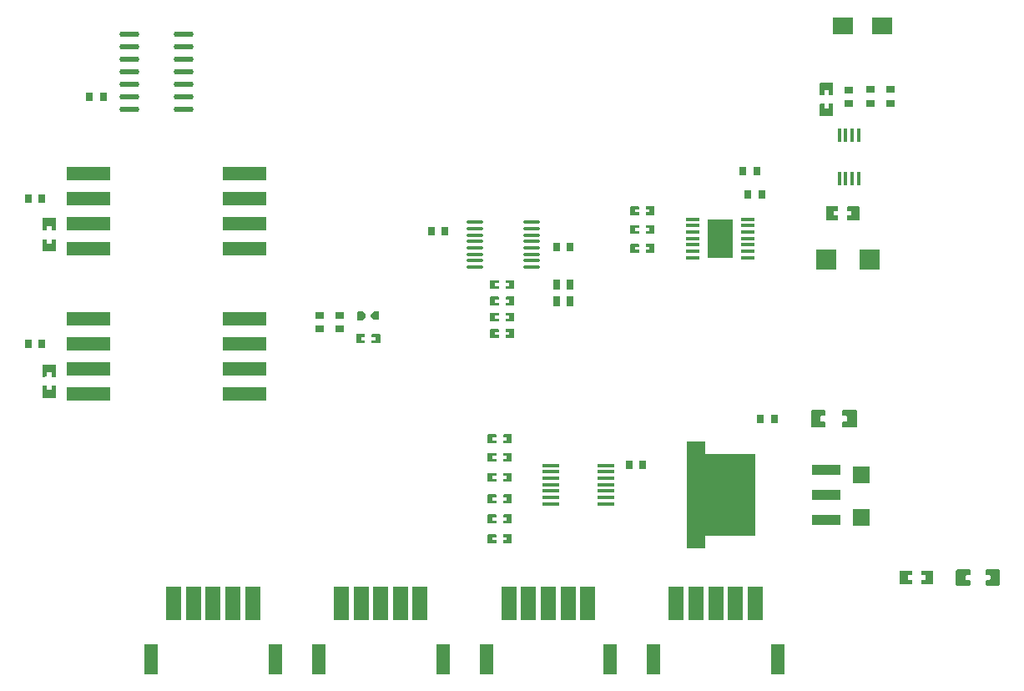
<source format=gtp>
G04 Layer: TopPasteMaskLayer*
G04 EasyEDA v6.5.46, 2024-09-04 15:34:20*
G04 d73e3e6912d945eb9b412824c50a840e,79071ce94af74c669a867ceed4e6d4b3,10*
G04 Gerber Generator version 0.2*
G04 Scale: 100 percent, Rotated: No, Reflected: No *
G04 Dimensions in millimeters *
G04 leading zeros omitted , absolute positions ,4 integer and 5 decimal *
%FSLAX45Y45*%
%MOMM*%

%AMMACRO1*4,1,8,3.495,4.16,3.495,-4.16,-1.585,-4.16,-1.585,-5.4,-3.495,-5.4,-3.495,5.4,-1.585,5.4,-1.585,4.16,3.495,4.16,0*%
%ADD10R,0.9000X0.8000*%
%ADD11R,0.8000X0.9000*%
%ADD12R,2.0000X1.8000*%
%ADD13R,2.0000X2.0000*%
%ADD14R,1.4999X3.4000*%
%ADD15R,1.4000X3.1001*%
%ADD16O,1.7314926000000002X0.3430016*%
%ADD17O,2.0379944X0.5739892*%
%ADD18R,1.7000X0.4000*%
%ADD19R,4.4200X1.4224*%
%ADD20R,1.4000X0.4000*%
%ADD21R,2.6500X4.0000*%
%ADD22O,0.3800094X1.4500098000000001*%
%ADD23MACRO1*%
%ADD24R,3.0000X1.0700*%
%ADD25R,0.7800X0.9901*%
%ADD26R,1.7000X1.8000*%
%ADD27R,0.0141X1.8000*%

%LPD*%
G36*
X3770579Y3840937D02*
G01*
X3764178Y3834536D01*
X3764178Y3760978D01*
X3770579Y3754577D01*
X3820922Y3754577D01*
X3848354Y3783939D01*
X3848354Y3811574D01*
X3820922Y3840937D01*
G37*
G36*
X3927297Y3842105D02*
G01*
X3899915Y3812692D01*
X3899915Y3785057D01*
X3927297Y3755694D01*
X3977640Y3755694D01*
X3984040Y3762095D01*
X3984040Y3835704D01*
X3977640Y3842105D01*
G37*
G36*
X3754018Y3613708D02*
G01*
X3748989Y3608679D01*
X3748989Y3528720D01*
X3754018Y3523691D01*
X3833977Y3523691D01*
X3839006Y3528720D01*
X3839006Y3551478D01*
X3802024Y3551478D01*
X3802024Y3584498D01*
X3839006Y3584498D01*
X3839006Y3608679D01*
X3833977Y3613708D01*
G37*
G36*
X3913987Y3613708D02*
G01*
X3909009Y3608679D01*
X3909009Y3584498D01*
X3947007Y3584498D01*
X3947007Y3551478D01*
X3909009Y3551478D01*
X3909009Y3528720D01*
X3913987Y3523691D01*
X3992981Y3523691D01*
X3998010Y3528720D01*
X3998010Y3608679D01*
X3992981Y3613708D01*
G37*
G36*
X5112918Y3829608D02*
G01*
X5107889Y3824579D01*
X5107889Y3744620D01*
X5112918Y3739591D01*
X5192877Y3739591D01*
X5197906Y3744620D01*
X5197906Y3767378D01*
X5160924Y3767378D01*
X5160924Y3800398D01*
X5197906Y3800398D01*
X5197906Y3824579D01*
X5192877Y3829608D01*
G37*
G36*
X5272887Y3829608D02*
G01*
X5267909Y3824579D01*
X5267909Y3800398D01*
X5305907Y3800398D01*
X5305907Y3767378D01*
X5267909Y3767378D01*
X5267909Y3744620D01*
X5272887Y3739591D01*
X5351881Y3739591D01*
X5356910Y3744620D01*
X5356910Y3824579D01*
X5351881Y3829608D01*
G37*
G36*
X5271922Y3664508D02*
G01*
X5266893Y3659479D01*
X5266893Y3636721D01*
X5303875Y3636721D01*
X5303875Y3603701D01*
X5266893Y3603701D01*
X5266893Y3579520D01*
X5271922Y3574491D01*
X5351881Y3574491D01*
X5356910Y3579520D01*
X5356910Y3659479D01*
X5351881Y3664508D01*
G37*
G36*
X5112918Y3664508D02*
G01*
X5107889Y3659479D01*
X5107889Y3579520D01*
X5112918Y3574491D01*
X5191912Y3574491D01*
X5196890Y3579520D01*
X5196890Y3603701D01*
X5158892Y3603701D01*
X5158892Y3636721D01*
X5196890Y3636721D01*
X5196890Y3659479D01*
X5191912Y3664508D01*
G37*
G36*
X5087518Y2597708D02*
G01*
X5082489Y2592679D01*
X5082489Y2512720D01*
X5087518Y2507691D01*
X5167477Y2507691D01*
X5172506Y2512720D01*
X5172506Y2535478D01*
X5135524Y2535478D01*
X5135524Y2568498D01*
X5172506Y2568498D01*
X5172506Y2592679D01*
X5167477Y2597708D01*
G37*
G36*
X5247487Y2597708D02*
G01*
X5242509Y2592679D01*
X5242509Y2568498D01*
X5280507Y2568498D01*
X5280507Y2535478D01*
X5242509Y2535478D01*
X5242509Y2512720D01*
X5247487Y2507691D01*
X5326481Y2507691D01*
X5331510Y2512720D01*
X5331510Y2592679D01*
X5326481Y2597708D01*
G37*
G36*
X5087518Y2407208D02*
G01*
X5082489Y2402179D01*
X5082489Y2322220D01*
X5087518Y2317191D01*
X5167477Y2317191D01*
X5172506Y2322220D01*
X5172506Y2344978D01*
X5135524Y2344978D01*
X5135524Y2377998D01*
X5172506Y2377998D01*
X5172506Y2402179D01*
X5167477Y2407208D01*
G37*
G36*
X5247487Y2407208D02*
G01*
X5242509Y2402179D01*
X5242509Y2377998D01*
X5280507Y2377998D01*
X5280507Y2344978D01*
X5242509Y2344978D01*
X5242509Y2322220D01*
X5247487Y2317191D01*
X5326481Y2317191D01*
X5331510Y2322220D01*
X5331510Y2402179D01*
X5326481Y2407208D01*
G37*
G36*
X5087518Y2204008D02*
G01*
X5082489Y2198979D01*
X5082489Y2119020D01*
X5087518Y2113991D01*
X5167477Y2113991D01*
X5172506Y2119020D01*
X5172506Y2141778D01*
X5135524Y2141778D01*
X5135524Y2174798D01*
X5172506Y2174798D01*
X5172506Y2198979D01*
X5167477Y2204008D01*
G37*
G36*
X5247487Y2204008D02*
G01*
X5242509Y2198979D01*
X5242509Y2174798D01*
X5280507Y2174798D01*
X5280507Y2141778D01*
X5242509Y2141778D01*
X5242509Y2119020D01*
X5247487Y2113991D01*
X5326481Y2113991D01*
X5331510Y2119020D01*
X5331510Y2198979D01*
X5326481Y2204008D01*
G37*
G36*
X5087518Y1988108D02*
G01*
X5082489Y1983079D01*
X5082489Y1903120D01*
X5087518Y1898091D01*
X5167477Y1898091D01*
X5172506Y1903120D01*
X5172506Y1925878D01*
X5135524Y1925878D01*
X5135524Y1958898D01*
X5172506Y1958898D01*
X5172506Y1983079D01*
X5167477Y1988108D01*
G37*
G36*
X5247487Y1988108D02*
G01*
X5242509Y1983079D01*
X5242509Y1958898D01*
X5280507Y1958898D01*
X5280507Y1925878D01*
X5242509Y1925878D01*
X5242509Y1903120D01*
X5247487Y1898091D01*
X5326481Y1898091D01*
X5331510Y1903120D01*
X5331510Y1983079D01*
X5326481Y1988108D01*
G37*
G36*
X5087518Y1784908D02*
G01*
X5082489Y1779879D01*
X5082489Y1699920D01*
X5087518Y1694891D01*
X5167477Y1694891D01*
X5172506Y1699920D01*
X5172506Y1722678D01*
X5135524Y1722678D01*
X5135524Y1755698D01*
X5172506Y1755698D01*
X5172506Y1779879D01*
X5167477Y1784908D01*
G37*
G36*
X5247487Y1784908D02*
G01*
X5242509Y1779879D01*
X5242509Y1755698D01*
X5280507Y1755698D01*
X5280507Y1722678D01*
X5242509Y1722678D01*
X5242509Y1699920D01*
X5247487Y1694891D01*
X5326481Y1694891D01*
X5331510Y1699920D01*
X5331510Y1779879D01*
X5326481Y1784908D01*
G37*
G36*
X5246522Y1581708D02*
G01*
X5241493Y1576679D01*
X5241493Y1553921D01*
X5278475Y1553921D01*
X5278475Y1520901D01*
X5241493Y1520901D01*
X5241493Y1496720D01*
X5246522Y1491691D01*
X5326481Y1491691D01*
X5331510Y1496720D01*
X5331510Y1576679D01*
X5326481Y1581708D01*
G37*
G36*
X5087518Y1581708D02*
G01*
X5082489Y1576679D01*
X5082489Y1496720D01*
X5087518Y1491691D01*
X5166512Y1491691D01*
X5171490Y1496720D01*
X5171490Y1520901D01*
X5133492Y1520901D01*
X5133492Y1553921D01*
X5171490Y1553921D01*
X5171490Y1576679D01*
X5166512Y1581708D01*
G37*
G36*
X6535318Y4718608D02*
G01*
X6530289Y4713579D01*
X6530289Y4633620D01*
X6535318Y4628591D01*
X6615277Y4628591D01*
X6620306Y4633620D01*
X6620306Y4656378D01*
X6583324Y4656378D01*
X6583324Y4689398D01*
X6620306Y4689398D01*
X6620306Y4713579D01*
X6615277Y4718608D01*
G37*
G36*
X6695287Y4718608D02*
G01*
X6690309Y4713579D01*
X6690309Y4689398D01*
X6728307Y4689398D01*
X6728307Y4656378D01*
X6690309Y4656378D01*
X6690309Y4633620D01*
X6695287Y4628591D01*
X6774281Y4628591D01*
X6779310Y4633620D01*
X6779310Y4713579D01*
X6774281Y4718608D01*
G37*
G36*
X6694322Y4528108D02*
G01*
X6689293Y4523079D01*
X6689293Y4500321D01*
X6726275Y4500321D01*
X6726275Y4467301D01*
X6689293Y4467301D01*
X6689293Y4443120D01*
X6694322Y4438091D01*
X6774281Y4438091D01*
X6779310Y4443120D01*
X6779310Y4523079D01*
X6774281Y4528108D01*
G37*
G36*
X6535318Y4528108D02*
G01*
X6530289Y4523079D01*
X6530289Y4443120D01*
X6535318Y4438091D01*
X6614312Y4438091D01*
X6619290Y4443120D01*
X6619290Y4467301D01*
X6581292Y4467301D01*
X6581292Y4500321D01*
X6619290Y4500321D01*
X6619290Y4523079D01*
X6614312Y4528108D01*
G37*
G36*
X8736787Y4907686D02*
G01*
X8731808Y4902708D01*
X8732316Y4860696D01*
X8776309Y4860696D01*
X8776309Y4815687D01*
X8731300Y4815687D01*
X8731808Y4774692D01*
X8736787Y4769713D01*
X8851798Y4769713D01*
X8856827Y4774692D01*
X8856827Y4902708D01*
X8851798Y4907686D01*
G37*
G36*
X8521801Y4907686D02*
G01*
X8516823Y4902708D01*
X8516823Y4774692D01*
X8521801Y4769713D01*
X8636812Y4769713D01*
X8641791Y4774692D01*
X8641283Y4815687D01*
X8597290Y4815687D01*
X8597290Y4860696D01*
X8641791Y4860696D01*
X8641791Y4902708D01*
X8636812Y4907686D01*
G37*
G36*
X8374380Y2842310D02*
G01*
X8364423Y2832303D01*
X8364423Y2679496D01*
X8374380Y2669489D01*
X8502904Y2669489D01*
X8512911Y2679496D01*
X8512911Y2716530D01*
X8502904Y2726537D01*
X8472424Y2726537D01*
X8462416Y2736545D01*
X8462416Y2775254D01*
X8472424Y2785262D01*
X8502904Y2785262D01*
X8512911Y2795270D01*
X8512911Y2832303D01*
X8502904Y2842310D01*
G37*
G36*
X8692896Y2842310D02*
G01*
X8682888Y2832303D01*
X8682888Y2795270D01*
X8692896Y2785262D01*
X8723376Y2785262D01*
X8733383Y2775254D01*
X8733383Y2736545D01*
X8723376Y2726537D01*
X8692896Y2726537D01*
X8682888Y2716530D01*
X8682888Y2679496D01*
X8692896Y2669489D01*
X8821420Y2669489D01*
X8831376Y2679496D01*
X8831376Y2832303D01*
X8821420Y2842310D01*
G37*
G36*
X573024Y4790287D02*
G01*
X567994Y4785309D01*
X567994Y4670298D01*
X573024Y4665319D01*
X614984Y4665776D01*
X614984Y4709820D01*
X659993Y4709820D01*
X659993Y4664811D01*
X700989Y4665319D01*
X706018Y4670298D01*
X706018Y4785309D01*
X700989Y4790287D01*
G37*
G36*
X573024Y4575302D02*
G01*
X567994Y4570323D01*
X567994Y4455312D01*
X573024Y4450283D01*
X700989Y4450283D01*
X706018Y4455312D01*
X706018Y4570323D01*
X700989Y4575302D01*
X659993Y4574794D01*
X659993Y4530801D01*
X614984Y4530801D01*
X614984Y4575302D01*
G37*
G36*
X573024Y3304387D02*
G01*
X567994Y3299409D01*
X567994Y3184398D01*
X573024Y3179419D01*
X614984Y3179876D01*
X614984Y3223920D01*
X659993Y3223920D01*
X659993Y3178911D01*
X700989Y3179419D01*
X706018Y3184398D01*
X706018Y3299409D01*
X700989Y3304387D01*
G37*
G36*
X573024Y3089402D02*
G01*
X567994Y3084423D01*
X567994Y2969412D01*
X573024Y2964383D01*
X700989Y2964383D01*
X706018Y2969412D01*
X706018Y3084423D01*
X700989Y3089402D01*
X659993Y3088894D01*
X659993Y3044901D01*
X614984Y3044901D01*
X614984Y3089402D01*
G37*
G36*
X10143388Y1223975D02*
G01*
X10133431Y1214018D01*
X10133431Y1180541D01*
X10143388Y1170533D01*
X10173919Y1170533D01*
X10183876Y1160526D01*
X10183876Y1125474D01*
X10173919Y1115466D01*
X10143388Y1115466D01*
X10133431Y1105458D01*
X10133431Y1071981D01*
X10143388Y1062024D01*
X10271912Y1062024D01*
X10281920Y1071981D01*
X10281920Y1214018D01*
X10271912Y1223975D01*
G37*
G36*
X9844887Y1223975D02*
G01*
X9834930Y1214018D01*
X9834930Y1071981D01*
X9844887Y1062024D01*
X9973411Y1062024D01*
X9983419Y1071981D01*
X9983419Y1105458D01*
X9973411Y1115466D01*
X9942931Y1115466D01*
X9932924Y1125474D01*
X9932924Y1160526D01*
X9942931Y1170533D01*
X9973411Y1170533D01*
X9983419Y1180541D01*
X9983419Y1214018D01*
X9973411Y1223975D01*
G37*
G36*
X9271101Y1211986D02*
G01*
X9266072Y1207008D01*
X9266072Y1078992D01*
X9271101Y1074013D01*
X9386112Y1074013D01*
X9391091Y1078992D01*
X9390583Y1121003D01*
X9346590Y1121003D01*
X9346590Y1166012D01*
X9391599Y1166012D01*
X9391091Y1207008D01*
X9386112Y1211986D01*
G37*
G36*
X9486087Y1211986D02*
G01*
X9481108Y1207008D01*
X9481616Y1166012D01*
X9525609Y1166012D01*
X9525609Y1121003D01*
X9481108Y1121003D01*
X9481108Y1078992D01*
X9486087Y1074013D01*
X9601098Y1074013D01*
X9606076Y1078992D01*
X9606076Y1207008D01*
X9601098Y1211986D01*
G37*
G36*
X6694322Y4909108D02*
G01*
X6689293Y4904079D01*
X6689293Y4881321D01*
X6726275Y4881321D01*
X6726275Y4848301D01*
X6689293Y4848301D01*
X6689293Y4824120D01*
X6694322Y4819091D01*
X6774281Y4819091D01*
X6779310Y4824120D01*
X6779310Y4904079D01*
X6774281Y4909108D01*
G37*
G36*
X6535318Y4909108D02*
G01*
X6530289Y4904079D01*
X6530289Y4824120D01*
X6535318Y4819091D01*
X6614312Y4819091D01*
X6619290Y4824120D01*
X6619290Y4848301D01*
X6581292Y4848301D01*
X6581292Y4881321D01*
X6619290Y4881321D01*
X6619290Y4904079D01*
X6614312Y4909108D01*
G37*
G36*
X5271922Y4159808D02*
G01*
X5266893Y4154779D01*
X5266893Y4132021D01*
X5303875Y4132021D01*
X5303875Y4099001D01*
X5266893Y4099001D01*
X5266893Y4074820D01*
X5271922Y4069791D01*
X5351881Y4069791D01*
X5356910Y4074820D01*
X5356910Y4154779D01*
X5351881Y4159808D01*
G37*
G36*
X5112918Y4159808D02*
G01*
X5107889Y4154779D01*
X5107889Y4074820D01*
X5112918Y4069791D01*
X5191912Y4069791D01*
X5196890Y4074820D01*
X5196890Y4099001D01*
X5158892Y4099001D01*
X5158892Y4132021D01*
X5196890Y4132021D01*
X5196890Y4154779D01*
X5191912Y4159808D01*
G37*
G36*
X5112918Y3994708D02*
G01*
X5107889Y3989679D01*
X5107889Y3909720D01*
X5112918Y3904691D01*
X5192877Y3904691D01*
X5197906Y3909720D01*
X5197906Y3932478D01*
X5160924Y3932478D01*
X5160924Y3965498D01*
X5197906Y3965498D01*
X5197906Y3989679D01*
X5192877Y3994708D01*
G37*
G36*
X5272887Y3994708D02*
G01*
X5267909Y3989679D01*
X5267909Y3965498D01*
X5305907Y3965498D01*
X5305907Y3932478D01*
X5267909Y3932478D01*
X5267909Y3909720D01*
X5272887Y3904691D01*
X5351881Y3904691D01*
X5356910Y3909720D01*
X5356910Y3989679D01*
X5351881Y3994708D01*
G37*
G36*
X8457692Y6164427D02*
G01*
X8452713Y6159398D01*
X8452713Y6044387D01*
X8457692Y6039408D01*
X8499703Y6039916D01*
X8499703Y6083909D01*
X8544712Y6083909D01*
X8544712Y6038900D01*
X8585708Y6039408D01*
X8590686Y6044387D01*
X8590686Y6159398D01*
X8585708Y6164427D01*
G37*
G36*
X8457692Y5949391D02*
G01*
X8452713Y5944412D01*
X8452713Y5829401D01*
X8457692Y5824423D01*
X8585708Y5824423D01*
X8590686Y5829401D01*
X8590686Y5944412D01*
X8585708Y5949391D01*
X8544712Y5948883D01*
X8544712Y5904890D01*
X8499703Y5904890D01*
X8499703Y5949391D01*
G37*
D10*
G01*
X3581400Y3663797D03*
G01*
X3581400Y3803802D03*
G01*
X3378200Y3803802D03*
G01*
X3378200Y3663797D03*
D11*
G01*
X5784697Y4495800D03*
G01*
X5924702Y4495800D03*
G01*
X4654702Y4660900D03*
G01*
X4514697Y4660900D03*
G01*
X6521297Y2288895D03*
G01*
X6661302Y2288895D03*
G01*
X1187602Y6019800D03*
G01*
X1047597Y6019800D03*
G01*
X565302Y4991100D03*
G01*
X425297Y4991100D03*
G01*
X565302Y3517900D03*
G01*
X425297Y3517900D03*
G01*
X7676997Y5267604D03*
G01*
X7817002Y5267604D03*
D10*
G01*
X9169400Y5952693D03*
G01*
X9169400Y6092697D03*
G01*
X8966200Y6092697D03*
G01*
X8966200Y5952693D03*
D11*
G01*
X7867802Y5029200D03*
G01*
X7727797Y5029200D03*
D12*
G01*
X8690000Y6743700D03*
G01*
X9089999Y6743700D03*
D13*
G01*
X8957589Y4368800D03*
G01*
X8517610Y4368800D03*
D14*
G01*
X3599992Y878789D03*
G01*
X3799992Y878789D03*
G01*
X3999991Y878789D03*
G01*
X4199991Y878789D03*
G01*
X4399991Y878789D03*
D15*
G01*
X3369995Y313791D03*
G01*
X4629988Y313791D03*
D14*
G01*
X5299989Y878789D03*
G01*
X5499988Y878789D03*
G01*
X5699988Y878789D03*
G01*
X5899988Y878789D03*
G01*
X6099987Y878789D03*
D15*
G01*
X5069992Y313791D03*
G01*
X6329984Y313791D03*
D14*
G01*
X6999986Y878789D03*
G01*
X7199985Y878789D03*
G01*
X7399985Y878789D03*
G01*
X7599984Y878789D03*
G01*
X7799984Y878789D03*
D15*
G01*
X6769988Y313791D03*
G01*
X8029981Y313791D03*
D14*
G01*
X1899996Y878789D03*
G01*
X2099995Y878789D03*
G01*
X2299995Y878789D03*
G01*
X2499995Y878789D03*
G01*
X2699994Y878789D03*
D15*
G01*
X1669999Y313791D03*
G01*
X2929991Y313791D03*
D16*
G01*
X5531688Y4293692D03*
G01*
X5531688Y4358690D03*
G01*
X5531688Y4423689D03*
G01*
X5531688Y4488687D03*
G01*
X5531688Y4553686D03*
G01*
X5531688Y4618710D03*
G01*
X5531688Y4683709D03*
G01*
X5531688Y4748707D03*
G01*
X4958537Y4293692D03*
G01*
X4958537Y4358690D03*
G01*
X4958537Y4423689D03*
G01*
X4958537Y4488687D03*
G01*
X4958537Y4553686D03*
G01*
X4958537Y4618710D03*
G01*
X4958537Y4683709D03*
G01*
X4958537Y4748707D03*
D17*
G01*
X1450289Y6654800D03*
G01*
X1450289Y6527800D03*
G01*
X1450289Y6400800D03*
G01*
X1450289Y6273800D03*
G01*
X1450289Y6146800D03*
G01*
X1450289Y6019800D03*
G01*
X1450289Y5892800D03*
G01*
X2004110Y6654800D03*
G01*
X2004110Y6527800D03*
G01*
X2004110Y6400800D03*
G01*
X2004110Y6273800D03*
G01*
X2004110Y6146800D03*
G01*
X2004110Y6019800D03*
G01*
X2004110Y5892800D03*
D18*
G01*
X5727090Y2280691D03*
G01*
X5727090Y2215692D03*
G01*
X5727090Y2150694D03*
G01*
X5727090Y2085695D03*
G01*
X5727090Y2020696D03*
G01*
X5727090Y1955698D03*
G01*
X5727090Y1890699D03*
G01*
X6287109Y1890699D03*
G01*
X6287109Y1955698D03*
G01*
X6287109Y2020696D03*
G01*
X6287109Y2085695D03*
G01*
X6287109Y2150694D03*
G01*
X6287109Y2215692D03*
G01*
X6287109Y2280691D03*
D19*
G01*
X1037793Y5245100D03*
G01*
X1037793Y4991100D03*
G01*
X1037793Y4737100D03*
G01*
X1037793Y4483100D03*
G01*
X2619806Y4483100D03*
G01*
X2619806Y4737100D03*
G01*
X2619806Y4991100D03*
G01*
X2619806Y5245100D03*
G01*
X1037793Y3771900D03*
G01*
X1037793Y3517900D03*
G01*
X1037793Y3263900D03*
G01*
X1037793Y3009900D03*
G01*
X2619806Y3009900D03*
G01*
X2619806Y3263900D03*
G01*
X2619806Y3517900D03*
G01*
X2619806Y3771900D03*
D20*
G01*
X7162190Y4779695D03*
G01*
X7162190Y4714697D03*
G01*
X7162190Y4649698D03*
G01*
X7162190Y4584700D03*
G01*
X7162190Y4519701D03*
G01*
X7162190Y4454702D03*
G01*
X7162190Y4389704D03*
G01*
X7722209Y4389704D03*
G01*
X7722209Y4454702D03*
G01*
X7722209Y4519701D03*
G01*
X7722209Y4584700D03*
G01*
X7722209Y4649698D03*
G01*
X7722209Y4714697D03*
G01*
X7722209Y4779695D03*
D21*
G01*
X7442200Y4584700D03*
D10*
G01*
X8750300Y6089802D03*
G01*
X8750300Y5949797D03*
D22*
G01*
X8652789Y5190210D03*
G01*
X8717813Y5190210D03*
G01*
X8782811Y5190210D03*
G01*
X8847810Y5190210D03*
G01*
X8652789Y5630189D03*
G01*
X8717813Y5630189D03*
G01*
X8782811Y5630189D03*
G01*
X8847810Y5630189D03*
D23*
G01*
X7454552Y1981202D03*
D24*
G01*
X8522055Y2235200D03*
G01*
X8522055Y1981200D03*
G01*
X8522055Y1727200D03*
D11*
G01*
X7854797Y2755900D03*
G01*
X7994802Y2755900D03*
D25*
G01*
X5784697Y4114800D03*
G01*
X5924702Y4114800D03*
D26*
G01*
X8877300Y2187752D03*
G01*
X8877300Y1749247D03*
D25*
G01*
X5784697Y3949700D03*
G01*
X5924702Y3949700D03*
M02*

</source>
